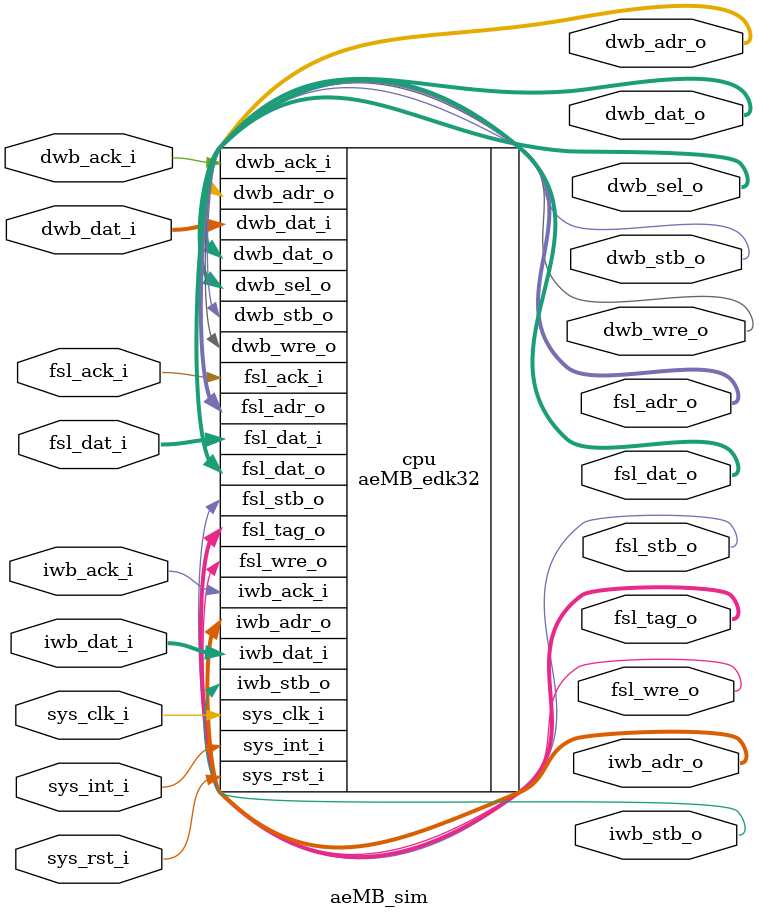
<source format=v>
/* $Id: aeMB_sim.v,v 1.2 2008-06-06 09:36:02 sybreon Exp $
**
** AEMB EDK 3.2 Compatible Core
** Copyright (C) 2004-2007 Shawn Tan Ser Ngiap <shawn.tan@aeste.net>
**  
** This file is part of AEMB.
**
** AEMB is free software: you can redistribute it and/or modify it
** under the terms of the GNU Lesser General Public License as
** published by the Free Software Foundation, either version 3 of the
** License, or (at your option) any later version.
**
** AEMB is distributed in the hope that it will be useful, but WITHOUT
** ANY WARRANTY; without even the implied warranty of MERCHANTABILITY
** or FITNESS FOR A PARTICULAR PURPOSE.  See the GNU Lesser General
** Public License for more details.
**
** You should have received a copy of the GNU Lesser General Public
** License along with AEMB. If not, see <http://www.gnu.org/licenses/>.
*/

module aeMB_sim (/*AUTOARG*/
   // Outputs
   iwb_stb_o, iwb_adr_o, fsl_wre_o, fsl_tag_o, fsl_stb_o, fsl_dat_o,
   fsl_adr_o, dwb_wre_o, dwb_stb_o, dwb_sel_o, dwb_dat_o, dwb_adr_o,
   // Inputs
   sys_rst_i, sys_int_i, sys_clk_i, iwb_dat_i, iwb_ack_i, fsl_dat_i,
   fsl_ack_i, dwb_dat_i, dwb_ack_i
   );
   // Bus widths
   parameter IW = 32; /// Instruction bus address width
   parameter DW = 32; /// Data bus address width

   // Optional functions
   parameter MUL = 1; // Multiplier
   parameter BSF = 1; // Barrel Shifter
      
   /*AUTOOUTPUT*/
   // Beginning of automatic outputs (from unused autoinst outputs)
   output [DW-1:2]	dwb_adr_o;		// From cpu of aeMB_edk32.v
   output [31:0]	dwb_dat_o;		// From cpu of aeMB_edk32.v
   output [3:0]		dwb_sel_o;		// From cpu of aeMB_edk32.v
   output		dwb_stb_o;		// From cpu of aeMB_edk32.v
   output		dwb_wre_o;		// From cpu of aeMB_edk32.v
   output [6:2]		fsl_adr_o;		// From cpu of aeMB_edk32.v
   output [31:0]	fsl_dat_o;		// From cpu of aeMB_edk32.v
   output		fsl_stb_o;		// From cpu of aeMB_edk32.v
   output [1:0]		fsl_tag_o;		// From cpu of aeMB_edk32.v
   output		fsl_wre_o;		// From cpu of aeMB_edk32.v
   output [IW-1:2]	iwb_adr_o;		// From cpu of aeMB_edk32.v
   output		iwb_stb_o;		// From cpu of aeMB_edk32.v
   // End of automatics
   /*AUTOINPUT*/
   // Beginning of automatic inputs (from unused autoinst inputs)
   input		dwb_ack_i;		// To cpu of aeMB_edk32.v
   input [31:0]		dwb_dat_i;		// To cpu of aeMB_edk32.v
   input		fsl_ack_i;		// To cpu of aeMB_edk32.v
   input [31:0]		fsl_dat_i;		// To cpu of aeMB_edk32.v
   input		iwb_ack_i;		// To cpu of aeMB_edk32.v
   input [31:0]		iwb_dat_i;		// To cpu of aeMB_edk32.v
   input		sys_clk_i;		// To cpu of aeMB_edk32.v
   input		sys_int_i;		// To cpu of aeMB_edk32.v
   input		sys_rst_i;		// To cpu of aeMB_edk32.v
   // End of automatics
   /*AUTOWIRE*/

   aeMB_edk32
     #(/*AUTOINSTPARAM*/
       // Parameters
       .IW				(IW),
       .DW				(DW),
       .MUL				(MUL),
       .BSF				(BSF))
   cpu
     (/*AUTOINST*/
      // Outputs
      .dwb_adr_o			(dwb_adr_o[DW-1:2]),
      .dwb_dat_o			(dwb_dat_o[31:0]),
      .dwb_sel_o			(dwb_sel_o[3:0]),
      .dwb_stb_o			(dwb_stb_o),
      .dwb_wre_o			(dwb_wre_o),
      .fsl_adr_o			(fsl_adr_o[6:2]),
      .fsl_dat_o			(fsl_dat_o[31:0]),
      .fsl_stb_o			(fsl_stb_o),
      .fsl_tag_o			(fsl_tag_o[1:0]),
      .fsl_wre_o			(fsl_wre_o),
      .iwb_adr_o			(iwb_adr_o[IW-1:2]),
      .iwb_stb_o			(iwb_stb_o),
      // Inputs
      .dwb_ack_i			(dwb_ack_i),
      .dwb_dat_i			(dwb_dat_i[31:0]),
      .fsl_ack_i			(fsl_ack_i),
      .fsl_dat_i			(fsl_dat_i[31:0]),
      .iwb_ack_i			(iwb_ack_i),
      .iwb_dat_i			(iwb_dat_i[31:0]),
      .sys_int_i			(sys_int_i),
      .sys_clk_i			(sys_clk_i),
      .sys_rst_i			(sys_rst_i));
   
   // --- SIMULATION KERNEL ----------------------------------
   // synopsys translate_off
   
   wire [IW-1:0] 	iwb_adr = {iwb_adr_o, 2'd0};
   wire [DW-1:0] 	dwb_adr = {dwb_adr_o,2'd0};   
   wire [1:0] 		wBRA = {cpu.rBRA, cpu.rDLY};   
   wire [3:0] 		wMSR = {cpu.xecu.rMSR_BIP, cpu.xecu.rMSR_C, cpu.xecu.rMSR_IE, cpu.xecu.rMSR_BE};


   `ifdef AEMB_SIM_KERNEL
   always @(posedge cpu.gclk) begin
      if (cpu.gena) begin
	 
	 $write ("\n", ($stime/10));
	 $writeh (" PC=", iwb_adr );
	 $writeh ("\t");
	 
	 case (wBRA)
	   2'b00: $write(" ");
	   2'b01: $write(".");	
	   2'b10: $write("-");
	   2'b11: $write("+");	
	 endcase // case (cpu.wBRA)
      
	 case (cpu.rOPC)
	   6'o00: if (cpu.rRD == 0) $write("   "); else $write("ADD");
	   6'o01: $write("RSUB");	
	   6'o02: $write("ADDC");	
	   6'o03: $write("RSUBC");	
	   6'o04: $write("ADDK");	
	   6'o05: case (cpu.rIMM[1:0])
		    2'o0: $write("RSUBK");	
		    2'o1: $write("CMP");	
		    2'o3: $write("CMPU");	
		    default: $write("XXX");
		  endcase // case (cpu.rIMM[1:0])
	   6'o06: $write("ADDKC");	
	   6'o07: $write("RSUBKC");	
	   
	   6'o10: $write("ADDI");	
	   6'o11: $write("RSUBI");	
	   6'o12: $write("ADDIC");	
	   6'o13: $write("RSUBIC");	
	   6'o14: $write("ADDIK");	
	   6'o15: $write("RSUBIK");	
	   6'o16: $write("ADDIKC");	
	   6'o17: $write("RSUBIKC");	
	   
	   6'o20: $write("MUL");	
	   6'o21: case (cpu.rALT[10:9])
		    2'o0: $write("BSRL");		 
		    2'o1: $write("BSRA");		 
		    2'o2: $write("BSLL");		 
		    default: $write("XXX");		 
		  endcase // case (cpu.rALT[10:9])
	   6'o22: $write("IDIV");	
	   
	   6'o30: $write("MULI");	
	   6'o31: case (cpu.rALT[10:9])
		    2'o0: $write("BSRLI");		 
		    2'o1: $write("BSRAI");		 
		    2'o2: $write("BSLLI");		 
		    default: $write("XXX");		 
		  endcase // case (cpu.rALT[10:9])
	   6'o33: case (cpu.rRB[4:2])
		    3'o0: $write("GET");
		    3'o4: $write("PUT");		 
		    3'o2: $write("NGET");
		    3'o6: $write("NPUT");		 
		    3'o1: $write("CGET");
		    3'o5: $write("CPUT");		 
		    3'o3: $write("NCGET");
		    3'o7: $write("NCPUT");		 
		  endcase // case (cpu.rRB[4:2])
	   
	   6'o40: $write("OR");
	   6'o41: $write("AND");	
	   6'o42: if (cpu.rRD == 0) $write("   "); else $write("XOR");
	   6'o43: $write("ANDN");	
	   6'o44: case (cpu.rIMM[6:5])
		    2'o0: $write("SRA");
		    2'o1: $write("SRC");
		    2'o2: $write("SRL");
		    2'o3: if (cpu.rIMM[0]) $write("SEXT16"); else $write("SEXT8");		 
		  endcase // case (cpu.rIMM[6:5])
	   
	   6'o45: $write("MOV");	
	   6'o46: case (cpu.rRA[3:2])
		    3'o0: $write("BR");		 
		    3'o1: $write("BRL");		 
		    3'o2: $write("BRA");		 
		    3'o3: $write("BRAL");		 
		  endcase // case (cpu.rRA[3:2])
	   
	   6'o47: case (cpu.rRD[2:0])
		    3'o0: $write("BEQ");	
		    3'o1: $write("BNE");	
		    3'o2: $write("BLT");	
		    3'o3: $write("BLE");	
		    3'o4: $write("BGT");	
		    3'o5: $write("BGE");
		    default: $write("XXX");		 
		  endcase // case (cpu.rRD[2:0])
	   
	   6'o50: $write("ORI");	
	   6'o51: $write("ANDI");	
	   6'o52: $write("XORI");	
	   6'o53: $write("ANDNI");	
	   6'o54: $write("IMMI");	
	   6'o55: case (cpu.rRD[1:0])
		    2'o0: $write("RTSD");
		    2'o1: $write("RTID");
		    2'o2: $write("RTBD");
		    default: $write("XXX");		 
		  endcase // case (cpu.rRD[1:0])
	   6'o56: case (cpu.rRA[3:2])
		    3'o0: $write("BRI");		 
		    3'o1: $write("BRLI");		 
		    3'o2: $write("BRAI");		 
		    3'o3: $write("BRALI");		 
		  endcase // case (cpu.rRA[3:2])
	   6'o57: case (cpu.rRD[2:0])
		    3'o0: $write("BEQI");	
		    3'o1: $write("BNEI");	
		    3'o2: $write("BLTI");	
		    3'o3: $write("BLEI");	
		    3'o4: $write("BGTI");	
		    3'o5: $write("BGEI");	
		    default: $write("XXX");		 
		  endcase // case (cpu.rRD[2:0])
	   
	   6'o60: $write("LBU");	
	   6'o61: $write("LHU");	
	   6'o62: $write("LW");	
	   6'o64: $write("SB");	
	   6'o65: $write("SH");	
	   6'o66: $write("SW");	
	   
	   6'o70: $write("LBUI");	
	   6'o71: $write("LHUI");	
	   6'o72: $write("LWI");	
	   6'o74: $write("SBI");	
	   6'o75: $write("SHI");	
	   6'o76: $write("SWI");
	   
	   default: $write("XXX");	
	 endcase // case (cpu.rOPC)
	 
	 case (cpu.rOPC[3])
	   1'b1: $writeh("\tr",cpu.rRD,", r",cpu.rRA,", h",cpu.rIMM);
	   1'b0: $writeh("\tr",cpu.rRD,", r",cpu.rRA,", r",cpu.rRB,"  ");	
	 endcase // case (cpu.rOPC[3])
	 
	 
	 // ALU
	 $write("\t");
	 $writeh(" A=",cpu.xecu.rOPA);
	 $writeh(" B=",cpu.xecu.rOPB);
	 
	 case (cpu.rMXALU)
	   3'o0: $write(" ADD");
	   3'o1: $write(" LOG");
	   3'o2: $write(" SFT");
	   3'o3: $write(" MOV");
	   3'o4: $write(" MUL");
	   3'o5: $write(" BSF");
	   default: $write(" XXX");
	 endcase // case (cpu.rMXALU)
	 $writeh("=h",cpu.xecu.xRESULT);
	 
	 // WRITEBACK
	 $writeh("\tSR=", wMSR," ");
	 
	 if (cpu.regf.fRDWE) begin
	    case (cpu.rMXDST)
	      2'o2: begin
		 if (dwb_stb_o) $writeh("R",cpu.rRW,"=RAM(h",cpu.regf.xWDAT,")");
		 if (fsl_stb_o) $writeh("R",cpu.rRW,"=FSL(h",cpu.regf.xWDAT,")");
	      end
	      2'o1: $writeh("R",cpu.rRW,"=LNK(h",cpu.regf.xWDAT,")");
	      2'o0: $writeh("R",cpu.rRW,"=ALU(h",cpu.regf.xWDAT,")");
	    endcase // case (cpu.rMXDST)
	 end
	 
	 // STORE
	 if (dwb_stb_o & dwb_wre_o) begin
	    $writeh("RAM(", dwb_adr ,")=", dwb_dat_o);
	    case (dwb_sel_o)
	      4'hF: $write(":L");
	      4'h3,4'hC: $write(":W");
	      4'h1,4'h2,4'h4,4'h8: $write(":B");
	    endcase // case (dwb_sel_o)
	    
	 end
	 
      end // if (cpu.gena)
      
   end // always @ (posedge cpu.gclk)
   `endif //  `ifdef AEMB_SIM_KERNEL
   
   // synopsys translate_on
   
endmodule // aeMB_sim

/* 
 $Log: not supported by cvs2svn $
 Revision 1.1  2007/12/23 20:40:45  sybreon
 Abstracted simulation kernel (aeMB_sim) to split simulation models from synthesis models.
 
 */
</source>
